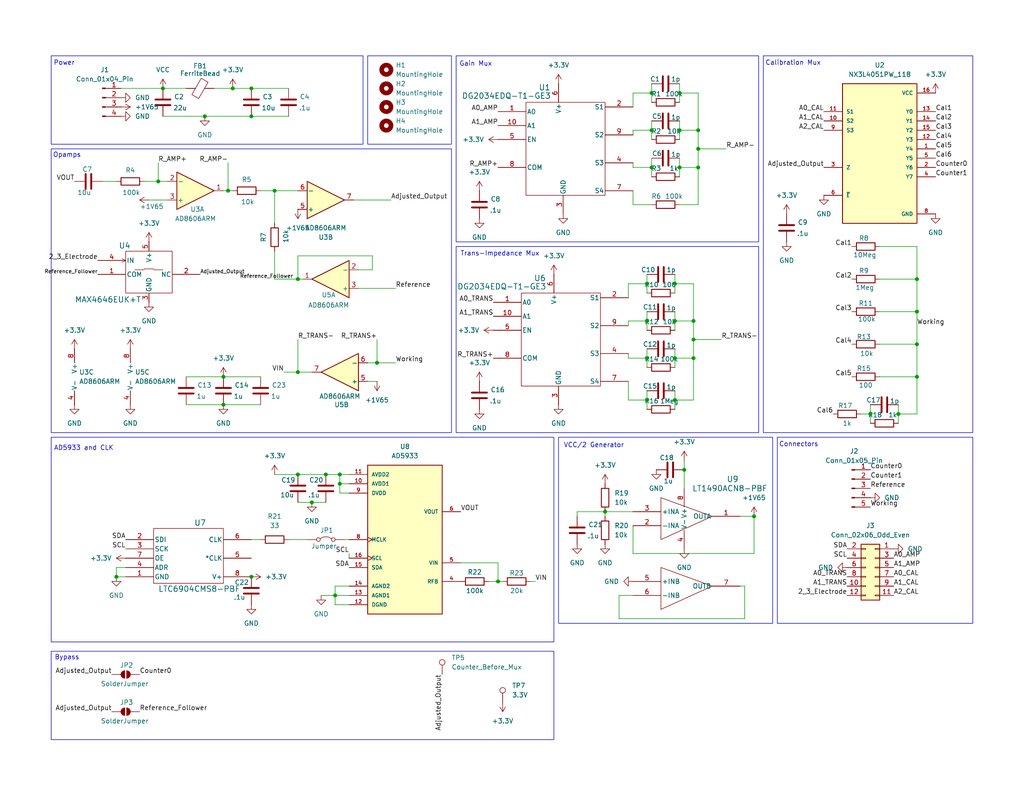
<source format=kicad_sch>
(kicad_sch (version 20231120) (generator "eeschema") (generator_version "8.0")
  (paper "USLetter")
  (title_block (title "Analog Measurement Board For AD5933 Based EIS") (company "Steven Vokoun") (comment 1 "I2C and GPIO Inputs"))
  (junction (at 186.69 128.27))
  (junction (at 165.1 139.7))
  (junction (at 55.88 31.75))
  (junction (at 250.19 93.98))
  (junction (at 245.11 113.03))
  (junction (at 43.18 49.53))
  (junction (at 63.5 24.13))
  (junction (at 135.89 158.75))
  (junction (at 81.28 101.6))
  (junction (at 81.28 76.2))
  (junction (at 81.28 129.54))
  (junction (at 92.71 132.08))
  (junction (at 92.71 129.54))
  (junction (at 88.9 129.54))
  (junction (at 31.75 157.48))
  (junction (at 74.93 52.07))
  (junction (at 250.19 76.2))
  (junction (at 68.58 157.48))
  (junction (at 68.58 31.75))
  (junction (at 184.15 77.47))
  (junction (at 176.53 97.79))
  (junction (at 91.44 162.56))
  (junction (at 60.96 102.87))
  (junction (at 184.15 109.22))
  (junction (at 185.42 25.4))
  (junction (at 176.53 87.63))
  (junction (at 185.42 45.72))
  (junction (at 190.5 35.56))
  (junction (at 44.45 24.13))
  (junction (at 250.19 85.09))
  (junction (at 185.42 35.56))
  (junction (at 176.53 77.47))
  (junction (at 190.5 45.72))
  (junction (at 62.23 52.07))
  (junction (at 189.23 97.79))
  (junction (at 189.23 92.71))
  (junction (at 102.87 99.06))
  (junction (at 60.96 110.49))
  (junction (at 184.15 97.79))
  (junction (at 205.74 140.97))
  (junction (at 68.58 24.13))
  (junction (at 237.49 113.03))
  (junction (at 189.23 87.63))
  (junction (at 250.19 102.87))
  (junction (at 190.5 40.64))
  (junction (at 177.8 25.4))
  (junction (at 184.15 87.63))
  (junction (at 177.8 35.56))
  (junction (at 85.09 137.16))
  (junction (at 177.8 45.72))
  (junction (at 176.53 109.22))
  (wire (pts (xy 189.23 77.47) (xy 184.15 77.47)))
  (wire (pts (xy 250.19 93.98) (xy 250.19 102.87)))
  (wire (pts (xy 33.02 24.13) (xy 44.45 24.13)))
  (wire (pts (xy 172.72 25.4) (xy 177.8 25.4)))
  (wire (pts (xy 101.6 69.85) (xy 81.28 69.85)))
  (wire (pts (xy 157.48 140.97) (xy 157.48 139.7)))
  (wire (pts (xy 100.33 99.06) (xy 102.87 99.06)))
  (wire (pts (xy 172.72 35.56) (xy 172.72 36.83)))
  (wire (pts (xy 171.45 109.22) (xy 176.53 109.22)))
  (wire (pts (xy 185.42 22.86) (xy 185.42 25.4)))
  (wire (pts (xy 91.44 160.02) (xy 91.44 162.56)))
  (wire (pts (xy 34.29 154.94) (xy 31.75 154.94)))
  (wire (pts (xy 203.2 168.91) (xy 203.2 160.02)))
  (wire (pts (xy 63.5 24.13) (xy 68.58 24.13)))
  (wire (pts (xy 55.88 31.75) (xy 68.58 31.75)))
  (wire (pts (xy 250.19 113.03) (xy 245.11 113.03)))
  (wire (pts (xy 190.5 25.4) (xy 185.42 25.4)))
  (wire (pts (xy 60.96 52.07) (xy 62.23 52.07)))
  (wire (pts (xy 74.93 76.2) (xy 81.28 76.2)))
  (wire (pts (xy 91.44 162.56) (xy 87.63 162.56)))
  (wire (pts (xy 102.87 92.71) (xy 102.87 99.06)))
  (wire (pts (xy 96.52 54.61) (xy 106.68 54.61)))
  (wire (pts (xy 245.11 110.49) (xy 245.11 113.03)))
  (wire (pts (xy 172.72 45.72) (xy 177.8 45.72)))
  (wire (pts (xy 50.8 110.49) (xy 60.96 110.49)))
  (wire (pts (xy 168.91 162.56) (xy 168.91 168.91)))
  (wire (pts (xy 190.5 35.56) (xy 190.5 40.64)))
  (wire (pts (xy 185.42 35.56) (xy 185.42 38.1)))
  (wire (pts (xy 201.93 160.02) (xy 203.2 160.02)))
  (wire (pts (xy 85.09 137.16) (xy 88.9 137.16)))
  (wire (pts (xy 171.45 97.79) (xy 171.45 96.52)))
  (wire (pts (xy 95.25 151.13) (xy 95.25 152.4)))
  (wire (pts (xy 184.15 74.93) (xy 184.15 77.47)))
  (wire (pts (xy 189.23 87.63) (xy 189.23 92.71)))
  (wire (pts (xy 81.28 69.85) (xy 81.28 76.2)))
  (wire (pts (xy 44.45 24.13) (xy 50.8 24.13)))
  (wire (pts (xy 91.44 165.1) (xy 91.44 162.56)))
  (wire (pts (xy 92.71 129.54) (xy 88.9 129.54)))
  (wire (pts (xy 100.33 104.14) (xy 102.87 104.14)))
  (wire (pts (xy 31.75 157.48) (xy 34.29 157.48)))
  (wire (pts (xy 165.1 139.7) (xy 165.1 140.97)))
  (wire (pts (xy 88.9 129.54) (xy 81.28 129.54)))
  (wire (pts (xy 171.45 87.63) (xy 176.53 87.63)))
  (wire (pts (xy 177.8 45.72) (xy 177.8 43.18)))
  (wire (pts (xy 185.42 43.18) (xy 185.42 45.72)))
  (wire (pts (xy 184.15 109.22) (xy 184.15 111.76)))
  (wire (pts (xy 95.25 134.62) (xy 92.71 134.62)))
  (wire (pts (xy 92.71 132.08) (xy 92.71 134.62)))
  (wire (pts (xy 176.53 87.63) (xy 176.53 85.09)))
  (wire (pts (xy 93.98 147.32) (xy 95.25 147.32)))
  (wire (pts (xy 237.49 113.03) (xy 237.49 115.57)))
  (wire (pts (xy 171.45 77.47) (xy 171.45 81.28)))
  (wire (pts (xy 205.74 151.13) (xy 205.74 140.97)))
  (wire (pts (xy 43.18 44.45) (xy 43.18 49.53)))
  (wire (pts (xy 31.75 154.94) (xy 31.75 157.48)))
  (wire (pts (xy 43.18 49.53) (xy 45.72 49.53)))
  (wire (pts (xy 184.15 97.79) (xy 184.15 100.33)))
  (wire (pts (xy 78.74 147.32) (xy 83.82 147.32)))
  (wire (pts (xy 176.53 109.22) (xy 176.53 106.68)))
  (wire (pts (xy 101.6 73.66) (xy 101.6 69.85)))
  (wire (pts (xy 190.5 45.72) (xy 190.5 55.88)))
  (wire (pts (xy 190.5 35.56) (xy 185.42 35.56)))
  (wire (pts (xy 71.12 52.07) (xy 74.93 52.07)))
  (wire (pts (xy 135.89 158.75) (xy 133.35 158.75)))
  (wire (pts (xy 81.28 129.54) (xy 74.93 129.54)))
  (wire (pts (xy 102.87 99.06) (xy 107.95 99.06)))
  (wire (pts (xy 77.47 101.6) (xy 81.28 101.6)))
  (wire (pts (xy 185.42 45.72) (xy 185.42 48.26)))
  (wire (pts (xy 97.79 78.74) (xy 107.95 78.74)))
  (wire (pts (xy 240.03 102.87) (xy 250.19 102.87)))
  (wire (pts (xy 58.42 24.13) (xy 63.5 24.13)))
  (wire (pts (xy 184.15 85.09) (xy 184.15 87.63)))
  (wire (pts (xy 189.23 87.63) (xy 189.23 77.47)))
  (wire (pts (xy 92.71 129.54) (xy 92.71 132.08)))
  (wire (pts (xy 240.03 67.31) (xy 250.19 67.31)))
  (wire (pts (xy 125.73 153.67) (xy 135.89 153.67)))
  (wire (pts (xy 177.8 35.56) (xy 177.8 38.1)))
  (wire (pts (xy 176.53 109.22) (xy 176.53 111.76)))
  (wire (pts (xy 250.19 102.87) (xy 250.19 113.03)))
  (wire (pts (xy 168.91 168.91) (xy 203.2 168.91)))
  (wire (pts (xy 68.58 147.32) (xy 71.12 147.32)))
  (wire (pts (xy 184.15 106.68) (xy 184.15 109.22)))
  (wire (pts (xy 144.78 158.75) (xy 146.05 158.75)))
  (wire (pts (xy 186.69 128.27) (xy 186.69 133.35)))
  (wire (pts (xy 177.8 25.4) (xy 177.8 22.86)))
  (wire (pts (xy 176.53 97.79) (xy 176.53 100.33)))
  (wire (pts (xy 135.89 158.75) (xy 137.16 158.75)))
  (wire (pts (xy 245.11 113.03) (xy 245.11 115.57)))
  (wire (pts (xy 172.72 151.13) (xy 205.74 151.13)))
  (wire (pts (xy 135.89 153.67) (xy 135.89 158.75)))
  (wire (pts (xy 171.45 77.47) (xy 176.53 77.47)))
  (wire (pts (xy 60.96 110.49) (xy 71.12 110.49)))
  (wire (pts (xy 250.19 76.2) (xy 250.19 85.09)))
  (wire (pts (xy 176.53 77.47) (xy 176.53 80.01)))
  (wire (pts (xy 171.45 87.63) (xy 171.45 88.9)))
  (wire (pts (xy 27.94 49.53) (xy 31.75 49.53)))
  (wire (pts (xy 190.5 40.64) (xy 190.5 45.72)))
  (wire (pts (xy 237.49 110.49) (xy 237.49 113.03)))
  (wire (pts (xy 95.25 129.54) (xy 92.71 129.54)))
  (wire (pts (xy 177.8 45.72) (xy 177.8 48.26)))
  (wire (pts (xy 240.03 85.09) (xy 250.19 85.09)))
  (wire (pts (xy 95.25 160.02) (xy 91.44 160.02)))
  (wire (pts (xy 189.23 92.71) (xy 189.23 97.79)))
  (wire (pts (xy 177.8 25.4) (xy 177.8 27.94)))
  (wire (pts (xy 172.72 35.56) (xy 177.8 35.56)))
  (wire (pts (xy 184.15 95.25) (xy 184.15 97.79)))
  (wire (pts (xy 68.58 31.75) (xy 78.74 31.75)))
  (wire (pts (xy 44.45 31.75) (xy 55.88 31.75)))
  (wire (pts (xy 50.8 102.87) (xy 60.96 102.87)))
  (wire (pts (xy 196.85 92.71) (xy 189.23 92.71)))
  (wire (pts (xy 176.53 87.63) (xy 176.53 90.17)))
  (wire (pts (xy 39.37 49.53) (xy 43.18 49.53)))
  (wire (pts (xy 240.03 76.2) (xy 250.19 76.2)))
  (wire (pts (xy 177.8 35.56) (xy 177.8 33.02)))
  (wire (pts (xy 81.28 101.6) (xy 85.09 101.6)))
  (wire (pts (xy 198.12 40.64) (xy 190.5 40.64)))
  (wire (pts (xy 189.23 109.22) (xy 184.15 109.22)))
  (wire (pts (xy 190.5 45.72) (xy 185.42 45.72)))
  (wire (pts (xy 184.15 87.63) (xy 184.15 90.17)))
  (wire (pts (xy 172.72 55.88) (xy 177.8 55.88)))
  (wire (pts (xy 176.53 97.79) (xy 176.53 95.25)))
  (wire (pts (xy 176.53 77.47) (xy 176.53 74.93)))
  (wire (pts (xy 95.25 162.56) (xy 91.44 162.56)))
  (wire (pts (xy 68.58 24.13) (xy 78.74 24.13)))
  (wire (pts (xy 171.45 97.79) (xy 176.53 97.79)))
  (wire (pts (xy 97.79 73.66) (xy 101.6 73.66)))
  (wire (pts (xy 165.1 139.7) (xy 172.72 139.7)))
  (wire (pts (xy 60.96 102.87) (xy 71.12 102.87)))
  (wire (pts (xy 172.72 143.51) (xy 172.72 151.13)))
  (wire (pts (xy 172.72 52.07) (xy 172.72 55.88)))
  (wire (pts (xy 81.28 76.2) (xy 82.55 76.2)))
  (wire (pts (xy 95.25 165.1) (xy 91.44 165.1)))
  (wire (pts (xy 234.95 113.03) (xy 237.49 113.03)))
  (wire (pts (xy 185.42 25.4) (xy 185.42 27.94)))
  (wire (pts (xy 185.42 33.02) (xy 185.42 35.56)))
  (wire (pts (xy 92.71 132.08) (xy 95.25 132.08)))
  (wire (pts (xy 40.64 54.61) (xy 45.72 54.61)))
  (wire (pts (xy 186.69 125.73) (xy 186.69 128.27)))
  (wire (pts (xy 240.03 93.98) (xy 250.19 93.98)))
  (wire (pts (xy 157.48 139.7) (xy 165.1 139.7)))
  (wire (pts (xy 74.93 68.58) (xy 74.93 76.2)))
  (wire (pts (xy 205.74 140.97) (xy 201.93 140.97)))
  (wire (pts (xy 81.28 92.71) (xy 81.28 101.6)))
  (wire (pts (xy 190.5 55.88) (xy 185.42 55.88)))
  (wire (pts (xy 189.23 97.79) (xy 189.23 109.22)))
  (wire (pts (xy 172.72 25.4) (xy 172.72 29.21)))
  (wire (pts (xy 62.23 52.07) (xy 63.5 52.07)))
  (wire (pts (xy 189.23 97.79) (xy 184.15 97.79)))
  (wire (pts (xy 189.23 87.63) (xy 184.15 87.63)))
  (wire (pts (xy 171.45 104.14) (xy 171.45 109.22)))
  (wire (pts (xy 250.19 85.09) (xy 250.19 93.98)))
  (wire (pts (xy 74.93 60.96) (xy 74.93 52.07)))
  (wire (pts (xy 62.23 44.45) (xy 62.23 52.07)))
  (wire (pts (xy 81.28 137.16) (xy 85.09 137.16)))
  (wire (pts (xy 172.72 162.56) (xy 168.91 162.56)))
  (wire (pts (xy 74.93 52.07) (xy 81.28 52.07)))
  (wire (pts (xy 190.5 35.56) (xy 190.5 25.4)))
  (wire (pts (xy 184.15 77.47) (xy 184.15 80.01)))
  (wire (pts (xy 172.72 45.72) (xy 172.72 44.45)))
  (wire (pts (xy 250.19 67.31) (xy 250.19 76.2)))
  (rectangle (start 212.09 119.38) (end 265.43 170.18))
  (rectangle (start 13.97 177.8) (end 151.13 201.93))
  (rectangle (start 124.46 67.31) (end 207.01 118.11))
  (rectangle (start 100.33 15.24) (end 123.19 39.37))
  (rectangle (start 208.28 15.24) (end 265.43 118.11))
  (rectangle (start 152.4 119.38) (end 210.82 170.18))
  (rectangle (start 13.97 40.64) (end 123.19 118.11))
  (rectangle (start 13.97 15.24) (end 99.06 39.37))
  (rectangle (start 124.46 15.24) (end 207.01 66.04))
  (rectangle (start 13.97 119.38) (end 151.13 175.26))
  (text "Opamps" (at 18.288 42.418 0) (effects (font (size 1.27 1.27))))
  (text "AD5933 and CLK" (at 22.86 122.428 0) (effects (font (size 1.27 1.27))))
  (text "VCC/2 Generator" (at 162.052 121.666 0) (effects (font (size 1.27 1.27))))
  (text "Power" (at 17.526 17.272 0) (effects (font (size 1.27 1.27))))
  (text "Bypass" (at 18.288 179.578 0) (effects (font (size 1.27 1.27))))
  (text "Gain Mux" (at 129.794 17.526 0) (effects (font (size 1.27 1.27))))
  (text "Calibration Mux" (at 216.408 17.272 0) (effects (font (size 1.27 1.27))))
  (text "Trans-Impedance Mux" (at 136.398 69.342 0) (effects (font (size 1.27 1.27))))
  (text "Connectors" (at 217.932 121.412 0) (effects (font (size 1.27 1.27))))
  (label "Cal3" (at 232.41 85.09 180))
  (label "Cal3" (at 255.27 35.56 0))
  (label "A0_AMP" (at 135.89 30.48 180))
  (label "Working" (at 237.49 138.43 0))
  (label "R_TRANS+" (at 134.62 97.79 180))
  (label "Adjusted_Output" (at 54.61 74.93 0) (effects (font (size 1 1))))
  (label "Cal5" (at 255.27 40.64 0))
  (label "R_AMP+" (at 43.18 44.45 0))
  (label "Counter0" (at 237.49 128.27 0))
  (label "Cal1" (at 255.27 30.48 0))
  (label "A1_AMP" (at 135.89 34.29 180))
  (label "Cal6" (at 255.27 43.18 0))
  (label "SCL" (at 95.25 151.13 180))
  (label "VIN" (at 77.47 101.6 180))
  (label "Adjusted_Output" (at 30.48 194.31 180))
  (label "A1_AMP" (at 243.84 154.94 0))
  (label "A1_CAL" (at 243.84 160.02 0))
  (label "Counter1" (at 237.49 130.81 0))
  (label "A0_CAL" (at 224.79 30.48 180))
  (label "Counter1" (at 255.27 48.26 0))
  (label "SDA" (at 34.29 147.32 180))
  (label "VIN" (at 146.05 158.75 0))
  (label "R_AMP-" (at 62.23 44.45 180))
  (label "Reference_Follower" (at 38.1 194.31 0))
  (label "A2_CAL" (at 224.79 35.56 180))
  (label "Cal4" (at 255.27 38.1 0))
  (label "Working" (at 250.19 88.9 0))
  (label "R_AMP+" (at 135.89 45.72 180))
  (label "R_TRANS-" (at 196.85 92.71 0))
  (label "Cal2" (at 255.27 33.02 0))
  (label "2_3_Electrode" (at 231.14 162.56 180))
  (label "R_TRANS-" (at 81.28 92.71 0))
  (label "Cal4" (at 232.41 93.98 180))
  (label "Counter0" (at 255.27 45.72 0))
  (label "Reference_Follower" (at 26.67 74.93 180) (effects (font (size 1 1))))
  (label "Cal2" (at 232.41 76.2 180))
  (label "R_AMP-" (at 198.12 40.64 0))
  (label "2_3_Electrode" (at 26.67 71.12 180))
  (label "SCL" (at 34.29 149.86 180))
  (label "A0_TRANS" (at 231.14 157.48 180))
  (label "Reference" (at 237.49 133.35 0))
  (label "SCL" (at 231.14 152.4 180))
  (label "Counter0" (at 38.1 184.15 0))
  (label "VOUT" (at 20.32 49.53 180))
  (label "A0_CAL" (at 243.84 157.48 0))
  (label "Cal1" (at 232.41 67.31 180))
  (label "A1_CAL" (at 224.79 33.02 180))
  (label "A1_TRANS" (at 134.62 86.36 180))
  (label "Reference" (at 107.95 78.74 0))
  (label "Reference_Follower" (at 80.01 76.2 180) (effects (font (size 1 1))))
  (label "A1_TRANS" (at 231.14 160.02 180))
  (label "SDA" (at 95.25 154.94 180))
  (label "A0_AMP" (at 243.84 152.4 0))
  (label "A2_CAL" (at 243.84 162.56 0))
  (label "Adjusted_Output" (at 30.48 184.15 180))
  (label "Adjusted_Output" (at 106.68 54.61 0))
  (label "Cal5" (at 232.41 102.87 180))
  (label "SDA" (at 231.14 149.86 180))
  (label "Adjusted_Output" (at 224.79 45.72 180))
  (label "Cal6" (at 227.33 113.03 180))
  (label "Working" (at 107.95 99.06 0))
  (label "R_TRANS+" (at 102.87 92.71 180))
  (label "A0_TRANS" (at 134.62 82.55 180))
  (label "VOUT" (at 125.73 139.7 0))
  (label "Adjusted_Output" (at 120.65 184.15 270))
  (symbol (lib_id "Connector:TestPoint") (at 120.65 184.15 0) (unit 1)
    (property "Reference" "TP5" (at 123.19 179.5779 0) (effects (justify left)))
    (property "Value" "Counter_Before_Mux" (at 123.19 182.1179 0) (effects (justify left)))
    (property "Footprint" "TestPoint:TestPoint_Loop_D1.80mm_Drill1.0mm_Beaded" (effects (hide yes)))
    (property "Description" "test point" (effects (hide yes)))
  )
  (symbol (lib_id "power:+3.3V") (at 130.81 104.14 0) (unit 1)
    (property "Reference" "#PWR027" (effects (hide yes)))
    (property "Value" "+3.3V" (at 130.81 99.06 0))
    (property "Description" "Power symbol creates a global label with name \"+3.3V\"" (effects (hide yes)))
  )
  (symbol (lib_id "power:+1V35") (at 81.28 57.15 180) (unit 1)
    (property "Reference" "#PWR013" (effects (hide yes)))
    (property "Value" "+1V65" (at 81.28 62.23 0))
    (property "Description" "Power symbol creates a global label with name \"+1V35\"" (effects (hide yes)))
  )
  (symbol (lib_id "power:GND") (at 186.69 149.86 0) (unit 1)
    (property "Reference" "#PWR043" (effects (hide yes)))
    (property "Value" "GND" (at 186.69 154.94 0))
    (property "Description" "Power symbol creates a global label with name \"GND\" , ground" (effects (hide yes)))
  )
  (symbol (lib_id "power:+3.3V") (at 40.64 66.04 0) (unit 1)
    (property "Reference" "#PWR018" (effects (hide yes)))
    (property "Value" "+3.3V" (at 40.64 60.96 0))
    (property "Description" "Power symbol creates a global label with name \"+3.3V\"" (effects (hide yes)))
  )
  (symbol (lib_id "Device:C") (at 50.8 106.68 0) (unit 1)
    (property "Reference" "C13" (at 53.848 105.156 0) (effects (justify left)))
    (property "Value" "1u" (at 53.594 108.204 0) (effects (justify left)))
    (property "Footprint" "Capacitor_SMD:C_0805_2012Metric_Pad1.18x1.45mm_HandSolder" (effects (hide yes)))
    (property "Description" "Unpolarized capacitor" (effects (hide yes)))
  )
  (symbol (lib_id "Amplifier_Operational:AD8606ARM") (at 22.86 102.87 0) (unit 3)
    (property "Reference" "U3" (at 21.59 101.5999 0) (effects (justify left)))
    (property "Value" "AD8606ARM" (at 21.59 104.1399 0) (effects (justify left)))
    (property "Footprint" "Package_SO:MSOP-8_3x3mm_P0.65mm" (effects (hide yes)))
    (property "Datasheet" "https://www.analog.com/media/en/technical-documentation/data-sheets/AD8605_8606_8608.pdf" (effects (hide yes)))
    (property "Description" "Dual Precision Low Noise, Low Input Bias Current, Wide Bandwidth Operational Amplifiers, MSOP-8" (effects (hide yes)))
  )
  (symbol (lib_id "NX3L4051PW_118:NX3L4051PW_118") (at 240.03 40.64 0) (unit 1)
    (property "Reference" "U2" (at 240.03 17.78 0))
    (property "Value" "NX3L4051PW_118" (at 240.03 20.32 0))
    (property "Footprint" "NX3L4051PW_118:SOP65P640X110-16N" (effects (hide yes)))
    (property "E1_MIN" "4.3" (effects (hide yes)))
    (property "B_NOM" "0.245" (effects (hide yes)))
    (property "D_MAX" "5.1" (effects (hide yes)))
    (property "E1_NOM" "4.4" (effects (hide yes)))
    (property "E2_MAX" "0.0" (effects (hide yes)))
    (property "B_MAX" "0.3" (effects (hide yes)))
    (property "D2_MAX" "0.0" (effects (hide yes)))
    (property "ENOM" "0.65" (effects (hide yes)))
    (property "D_NOM" "5.0" (effects (hide yes)))
    (property "L_MAX" "0.75" (effects (hide yes)))
    (property "A_MAX" "1.1" (effects (hide yes)))
    (property "A_NOM" "1.1" (effects (hide yes)))
    (property "A_MIN" "1.1" (effects (hide yes)))
    (property "STANDARD" "IPC 7351B" (effects (hide yes)))
    (property "PARTREV" "5, 3 July 2012" (effects (hide yes)))
    (property "E_NOM" "6.4" (effects (hide yes)))
    (property "B_MIN" "0.19" (effects (hide yes)))
    (property "PIN_COUNT" "16.0" (effects (hide yes)))
    (property "L_NOM" "0.625" (effects (hide yes)))
    (property "MANUFACTURER" "NXP" (effects (hide yes)))
    (property "A1_MIN" "0.05" (effects (hide yes)))
    (property "E1_MAX" "4.5" (effects (hide yes)))
    (property "E_MIN" "6.2" (effects (hide yes)))
    (property "D_MIN" "4.9" (effects (hide yes)))
    (property "L_MIN" "0.5" (effects (hide yes)))
    (property "E_MAX" "6.6" (effects (hide yes)))
  )
  (symbol (lib_id "Device:C") (at 180.34 95.25 90) (unit 1)
    (property "Reference" "C12" (at 179.324 93.98 90) (effects (justify left)))
    (property "Value" "1p" (at 184.404 94.234 90) (effects (justify left)))
    (property "Footprint" "Capacitor_SMD:C_0805_2012Metric_Pad1.18x1.45mm_HandSolder" (effects (hide yes)))
    (property "Description" "Unpolarized capacitor" (effects (hide yes)))
  )
  (symbol (lib_id "Device:R") (at 74.93 147.32 90) (unit 1)
    (property "Reference" "R21" (at 74.93 140.97 90))
    (property "Value" "33" (at 74.93 143.51 90))
    (property "Footprint" "Resistor_SMD:R_0805_2012Metric_Pad1.20x1.40mm_HandSolder" (effects (hide yes)))
    (property "Description" "Resistor" (effects (hide yes)))
  )
  (symbol (lib_id "Device:C") (at 180.34 106.68 90) (unit 1)
    (property "Reference" "C15" (at 179.324 105.41 90) (effects (justify left)))
    (property "Value" "1p" (at 184.404 105.664 90) (effects (justify left)))
    (property "Footprint" "Capacitor_SMD:C_0805_2012Metric_Pad1.18x1.45mm_HandSolder" (effects (hide yes)))
    (property "Description" "Unpolarized capacitor" (effects (hide yes)))
  )
  (symbol (lib_id "power:+3.3V") (at 152.4 22.86 0) (unit 1)
    (property "Reference" "#PWR01" (effects (hide yes)))
    (property "Value" "+3.3V" (at 152.4 17.78 0))
    (property "Description" "Power symbol creates a global label with name \"+3.3V\"" (effects (hide yes)))
  )
  (symbol (lib_id "DG2034:DG2034EDQ-T1-GE3") (at 134.62 80.01 0) (unit 1)
    (property "Reference" "U6" (at 147.32 75.946 0) (effects (font (size 1.524 1.524))))
    (property "Value" "DG2034EDQ-T1-GE3" (at 136.906 78.232 0) (effects (font (size 1.524 1.524))))
    (property "Footprint" "SMT_EDQ-T1-GE3_VIS" (effects (hide yes)))
    (property "Datasheet" "DG2034EDQ-T1-GE3" (effects (hide yes)))
  )
  (symbol (lib_id "Device:C") (at 78.74 27.94 0) (unit 1)
    (property "Reference" "C4" (at 81.788 26.416 0) (effects (justify left)))
    (property "Value" ".1u" (at 81.534 29.464 0) (effects (justify left)))
    (property "Footprint" "Capacitor_SMD:C_0805_2012Metric_Pad1.18x1.45mm_HandSolder" (effects (hide yes)))
    (property "Description" "Unpolarized capacitor" (effects (hide yes)))
  )
  (symbol (lib_id "Device:R") (at 180.34 90.17 90) (unit 1)
    (property "Reference" "R12" (at 177.8 87.884 90))
    (property "Value" "10k" (at 182.626 87.884 90))
    (property "Footprint" "Resistor_SMD:R_0805_2012Metric_Pad1.20x1.40mm_HandSolder" (effects (hide yes)))
    (property "Description" "Resistor" (effects (hide yes)))
  )
  (symbol (lib_id "Device:FerriteBead") (at 54.61 24.13 90) (unit 1)
    (property "Reference" "FB1" (at 54.61 18.034 90))
    (property "Value" "FerriteBead" (at 54.61 20.066 90))
    (property "Footprint" "Inductor_SMD:L_0805_2012Metric_Pad1.05x1.20mm_HandSolder" (effects (hide yes)))
    (property "Description" "Ferrite bead" (effects (hide yes)))
  )
  (symbol (lib_id "power:GND") (at 255.27 58.42 0) (unit 1)
    (property "Reference" "#PWR016" (effects (hide yes)))
    (property "Value" "GND" (at 255.27 63.5 0))
    (property "Description" "Power symbol creates a global label with name \"GND\" , ground" (effects (hide yes)))
  )
  (symbol (lib_id "Device:C") (at 44.45 27.94 0) (unit 1)
    (property "Reference" "C2" (at 47.498 26.416 0) (effects (justify left)))
    (property "Value" "22u" (at 47.244 29.464 0) (effects (justify left)))
    (property "Footprint" "Capacitor_SMD:C_0805_2012Metric_Pad1.18x1.45mm_HandSolder" (effects (hide yes)))
    (property "Description" "Unpolarized capacitor" (effects (hide yes)))
  )
  (symbol (lib_id "Device:R") (at 236.22 93.98 90) (unit 1)
    (property "Reference" "R13" (at 235.712 91.948 90))
    (property "Value" "10k" (at 236.474 96.52 90))
    (property "Footprint" "Resistor_SMD:R_0805_2012Metric_Pad1.20x1.40mm_HandSolder" (effects (hide yes)))
    (property "Description" "Resistor" (effects (hide yes)))
  )
  (symbol (lib_id "Device:R") (at 35.56 49.53 90) (unit 1)
    (property "Reference" "R4" (at 35.56 46.482 90))
    (property "Value" "100k" (at 35.814 52.578 90))
    (property "Footprint" "Resistor_SMD:R_0805_2012Metric_Pad1.20x1.40mm_HandSolder" (effects (hide yes)))
    (property "Description" "Resistor" (effects (hide yes)))
  )
  (symbol (lib_id "power:+3.3V") (at 60.96 102.87 0) (unit 1)
    (property "Reference" "#PWR025" (effects (hide yes)))
    (property "Value" "+3.3V" (at 60.96 97.79 0))
    (property "Description" "Power symbol creates a global label with name \"+3.3V\"" (effects (hide yes)))
  )
  (symbol (lib_id "Device:R") (at 67.31 52.07 90) (unit 1)
    (property "Reference" "R5" (at 67.31 49.022 90))
    (property "Value" "10k" (at 67.564 55.118 90))
    (property "Footprint" "Resistor_SMD:R_0805_2012Metric_Pad1.20x1.40mm_HandSolder" (effects (hide yes)))
    (property "Description" "Resistor" (effects (hide yes)))
  )
  (symbol (lib_id "Amplifier_Operational:AD8606ARM") (at 38.1 102.87 0) (unit 3)
    (property "Reference" "U5" (at 36.83 101.5999 0) (effects (justify left)))
    (property "Value" "AD8606ARM" (at 36.83 104.1399 0) (effects (justify left)))
    (property "Footprint" "Package_SO:MSOP-8_3x3mm_P0.65mm" (effects (hide yes)))
    (property "Datasheet" "https://www.analog.com/media/en/technical-documentation/data-sheets/AD8605_8606_8608.pdf" (effects (hide yes)))
    (property "Description" "Dual Precision Low Noise, Low Input Bias Current, Wide Bandwidth Operational Amplifiers, MSOP-8" (effects (hide yes)))
  )
  (symbol (lib_id "Device:R") (at 181.61 38.1 90) (unit 1)
    (property "Reference" "R2" (at 179.07 35.814 90))
    (property "Value" "10k" (at 183.896 35.814 90))
    (property "Footprint" "Resistor_SMD:R_0805_2012Metric_Pad1.20x1.40mm_HandSolder" (effects (hide yes)))
    (property "Description" "Resistor" (effects (hide yes)))
  )
  (symbol (lib_id "power:+3.3V") (at 35.56 95.25 0) (unit 1)
    (property "Reference" "#PWR024" (effects (hide yes)))
    (property "Value" "+3.3V" (at 35.56 90.17 0))
    (property "Description" "Power symbol creates a global label with name \"+3.3V\"" (effects (hide yes)))
  )
  (symbol (lib_id "power:+3.3V") (at 74.93 129.54 0) (unit 1)
    (property "Reference" "#PWR036" (effects (hide yes)))
    (property "Value" "+3.3V" (at 74.93 124.46 0))
    (property "Description" "Power symbol creates a global label with name \"+3.3V\"" (effects (hide yes)))
  )
  (symbol (lib_id "power:GND") (at 243.84 149.86 90) (unit 1)
    (property "Reference" "#PWR039" (effects (hide yes)))
    (property "Value" "GND" (at 247.65 149.8599 90) (effects (justify right)))
    (property "Description" "Power symbol creates a global label with name \"GND\" , ground" (effects (hide yes)))
  )
  (symbol (lib_id "power:GND") (at 152.4 110.49 0) (unit 1)
    (property "Reference" "#PWR031" (effects (hide yes)))
    (property "Value" "GND" (at 152.4 115.57 0))
    (property "Description" "Power symbol creates a global label with name \"GND\" , ground" (effects (hide yes)))
  )
  (symbol (lib_id "Mechanical:MountingHole") (at 105.41 34.29 0) (unit 1) (exclude_from_sim yes) (in_bom no)
    (property "Reference" "H4" (at 107.95 33.0199 0) (effects (justify left)))
    (property "Value" "MountingHole" (at 107.95 35.5599 0) (effects (justify left)))
    (property "Footprint" "MountingHole:MountingHole_2.2mm_M2" (effects (hide yes)))
    (property "Description" "Mounting Hole without connection" (effects (hide yes)))
  )
  (symbol (lib_id "power:+3.3V") (at 137.16 191.77 180) (unit 1)
    (property "Reference" "#PWR055" (effects (hide yes)))
    (property "Value" "+3.3V" (at 137.16 196.85 0))
    (property "Description" "Power symbol creates a global label with name \"+3.3V\"" (effects (hide yes)))
  )
  (symbol (lib_id "Device:C") (at 130.81 107.95 0) (unit 1)
    (property "Reference" "C16" (at 133.858 106.426 0) (effects (justify left)))
    (property "Value" ".1u" (at 133.604 109.474 0) (effects (justify left)))
    (property "Footprint" "Capacitor_SMD:C_0805_2012Metric_Pad1.18x1.45mm_HandSolder" (effects (hide yes)))
    (property "Description" "Unpolarized capacitor" (effects (hide yes)))
  )
  (symbol (lib_id "power:+3.3V") (at 68.58 157.48 270) (unit 1)
    (property "Reference" "#PWR048" (effects (hide yes)))
    (property "Value" "+3.3V" (at 72.39 157.4799 90) (effects (justify left)))
    (property "Description" "Power symbol creates a global label with name \"+3.3V\"" (effects (hide yes)))
  )
  (symbol (lib_id "Device:C") (at 68.58 27.94 0) (unit 1)
    (property "Reference" "C3" (at 71.628 26.416 0) (effects (justify left)))
    (property "Value" "10u" (at 71.374 29.464 0) (effects (justify left)))
    (property "Footprint" "Capacitor_SMD:C_0805_2012Metric_Pad1.18x1.45mm_HandSolder" (effects (hide yes)))
    (property "Description" "Unpolarized capacitor" (effects (hide yes)))
  )
  (symbol (lib_id "power:GND") (at 214.63 66.04 0) (unit 1)
    (property "Reference" "#PWR019" (effects (hide yes)))
    (property "Value" "GND" (at 214.63 71.12 0))
    (property "Description" "Power symbol creates a global label with name \"GND\" , ground" (effects (hide yes)))
  )
  (symbol (lib_id "power:+3.3V") (at 34.29 152.4 90) (unit 1)
    (property "Reference" "#PWR045" (effects (hide yes)))
    (property "Value" "+3.3V" (at 30.48 152.3999 90) (effects (justify left)))
    (property "Description" "Power symbol creates a global label with name \"+3.3V\"" (effects (hide yes)))
  )
  (symbol (lib_id "Device:R") (at 180.34 80.01 90) (unit 1)
    (property "Reference" "R10" (at 177.8 77.724 90))
    (property "Value" "100" (at 182.626 77.724 90))
    (property "Footprint" "Resistor_SMD:R_0805_2012Metric_Pad1.20x1.40mm_HandSolder" (effects (hide yes)))
    (property "Description" "Resistor" (effects (hide yes)))
  )
  (symbol (lib_id "Amplifier_Operational:AD8606ARM") (at 92.71 101.6 180) (unit 2)
    (property "Reference" "U5" (at 93.218 110.49 0))
    (property "Value" "AD8606ARM" (at 92.71 108.204 0))
    (property "Footprint" "Package_SO:MSOP-8_3x3mm_P0.65mm" (effects (hide yes)))
    (property "Datasheet" "https://www.analog.com/media/en/technical-documentation/data-sheets/AD8605_8606_8608.pdf" (effects (hide yes)))
    (property "Description" "Dual Precision Low Noise, Low Input Bias Current, Wide Bandwidth Operational Amplifiers, MSOP-8" (effects (hide yes)))
  )
  (symbol (lib_id "power:GND") (at 85.09 137.16 0) (unit 1)
    (property "Reference" "#PWR038" (effects (hide yes)))
    (property "Value" "GND" (at 85.09 142.24 0))
    (property "Description" "Power symbol creates a global label with name \"GND\" , ground" (effects (hide yes)))
  )
  (symbol (lib_id "power:VCC") (at 44.45 24.13 0) (unit 1)
    (property "Reference" "#PWR02" (effects (hide yes)))
    (property "Value" "VCC" (at 44.45 19.05 0))
    (property "Description" "Power symbol creates a global label with name \"VCC\"" (effects (hide yes)))
  )
  (symbol (lib_id "power:GND") (at 20.32 110.49 0) (unit 1)
    (property "Reference" "#PWR028" (effects (hide yes)))
    (property "Value" "GND" (at 20.32 115.57 0))
    (property "Description" "Power symbol creates a global label with name \"GND\" , ground" (effects (hide yes)))
  )
  (symbol (lib_id "power:+3.3V") (at 151.13 74.93 0) (unit 1)
    (property "Reference" "#PWR020" (effects (hide yes)))
    (property "Value" "+3.3V" (at 151.13 69.85 0))
    (property "Description" "Power symbol creates a global label with name \"+3.3V\"" (effects (hide yes)))
  )
  (symbol (lib_id "power:+3.3V") (at 130.81 52.07 0) (unit 1)
    (property "Reference" "#PWR010" (effects (hide yes)))
    (property "Value" "+3.3V" (at 130.81 46.99 0))
    (property "Description" "Power symbol creates a global label with name \"+3.3V\"" (effects (hide yes)))
  )
  (symbol (lib_id "power:+1V35") (at 33.02 29.21 270) (unit 1)
    (property "Reference" "#PWR06" (effects (hide yes)))
    (property "Value" "+1V65" (at 36.83 29.2099 90) (effects (justify left)))
    (property "Description" "Power symbol creates a global label with name \"+1V35\"" (effects (hide yes)))
  )
  (symbol (lib_id "power:+1V35") (at 205.74 140.97 0) (unit 1)
    (property "Reference" "#PWR040" (effects (hide yes)))
    (property "Value" "+1V65" (at 205.74 135.89 0))
    (property "Description" "Power symbol creates a global label with name \"+1V35\"" (effects (hide yes)))
  )
  (symbol (lib_id "Device:C") (at 60.96 106.68 0) (unit 1)
    (property "Reference" "C14" (at 64.008 105.156 0) (effects (justify left)))
    (property "Value" "1u" (at 63.754 108.204 0) (effects (justify left)))
    (property "Footprint" "Capacitor_SMD:C_0805_2012Metric_Pad1.18x1.45mm_HandSolder" (effects (hide yes)))
    (property "Description" "Unpolarized capacitor" (effects (hide yes)))
  )
  (symbol (lib_id "power:GND") (at 35.56 110.49 0) (unit 1)
    (property "Reference" "#PWR029" (effects (hide yes)))
    (property "Value" "GND" (at 35.56 115.57 0))
    (property "Description" "Power symbol creates a global label with name \"GND\" , ground" (effects (hide yes)))
  )
  (symbol (lib_id "Device:R") (at 241.3 115.57 90) (unit 1)
    (property "Reference" "R18" (at 238.76 113.284 90))
    (property "Value" "1k" (at 243.586 113.284 90))
    (property "Footprint" "Resistor_SMD:R_0805_2012Metric_Pad1.20x1.40mm_HandSolder" (effects (hide yes)))
    (property "Description" "Resistor" (effects (hide yes)))
  )
  (symbol (lib_id "power:+3.3V") (at 255.27 25.4 0) (unit 1)
    (property "Reference" "#PWR04" (effects (hide yes)))
    (property "Value" "+3.3V" (at 255.27 20.32 0))
    (property "Description" "Power symbol creates a global label with name \"+3.3V\"" (effects (hide yes)))
  )
  (symbol (lib_id "power:+3.3V") (at 186.69 125.73 0) (unit 1)
    (property "Reference" "#PWR033" (effects (hide yes)))
    (property "Value" "+3.3V" (at 186.69 120.65 0))
    (property "Description" "Power symbol creates a global label with name \"+3.3V\"" (effects (hide yes)))
  )
  (symbol (lib_id "power:+3.3V") (at 165.1 132.08 0) (unit 1)
    (property "Reference" "#PWR037" (effects (hide yes)))
    (property "Value" "+3.3V" (at 165.1 127 0))
    (property "Description" "Power symbol creates a global label with name \"+3.3V\"" (effects (hide yes)))
  )
  (symbol (lib_id "2024-06-05_20-30-50:LT1490ACN8-PBF") (at 162.56 153.67 0) (unit 1)
    (property "Reference" "U9" (at 199.898 130.81 0) (effects (font (size 1.524 1.524))))
    (property "Value" "LT1490ACN8-PBF" (at 199.136 133.35 0) (effects (font (size 1.524 1.524))))
    (property "Footprint" "PDIP-8_N_LIT" (effects (hide yes)))
    (property "Datasheet" "LT1490ACN8-PBF" (effects (hide yes)))
  )
  (symbol (lib_id "Device:R") (at 165.1 144.78 0) (unit 1)
    (property "Reference" "R20" (at 167.64 143.5099 0) (effects (justify left)))
    (property "Value" "10k" (at 167.64 146.0499 0) (effects (justify left)))
    (property "Footprint" "Resistor_SMD:R_0805_2012Metric_Pad1.20x1.40mm_HandSolder" (effects (hide yes)))
    (property "Description" "Resistor" (effects (hide yes)))
  )
  (symbol (lib_id "Jumper:SolderJumper_2_Open") (at 34.29 194.31 0) (unit 1) (exclude_from_sim yes) (in_bom no)
    (property "Reference" "JP3" (at 34.544 191.77 0))
    (property "Value" "SolderJumper" (at 34.036 196.85 0))
    (property "Footprint" "Jumper:SolderJumper-2_P1.3mm_Open_RoundedPad1.0x1.5mm" (effects (hide yes)))
    (property "Description" "Solder Jumper, 2-pole, open" (effects (hide yes)))
  )
  (symbol (lib_id "DG2034:DG2034EDQ-T1-GE3") (at 135.89 27.94 0) (unit 1)
    (property "Reference" "U1" (at 148.59 23.876 0) (effects (font (size 1.524 1.524))))
    (property "Value" "DG2034EDQ-T1-GE3" (at 138.176 26.162 0) (effects (font (size 1.524 1.524))))
    (property "Footprint" "SMT_EDQ-T1-GE3_VIS" (effects (hide yes)))
    (property "Datasheet" "DG2034EDQ-T1-GE3" (effects (hide yes)))
  )
  (symbol (lib_id "2024-06-07_04-30-32:LTC6904CMS8-PBF") (at 34.29 147.32 0) (unit 1)
    (property "Reference" "U7" (at 54.61 142.748 0) (effects (font (size 1.524 1.524))))
    (property "Value" "LTC6904CMS8-PBF" (at 54.356 160.782 0) (effects (font (size 1.524 1.524))))
    (property "Footprint" "MSOP-8_MS_LIT" (effects (hide yes)))
    (property "Datasheet" "LTC6904CMS8-PBF" (effects (hide yes)))
  )
  (symbol (lib_id "Device:R") (at 74.93 64.77 180) (unit 1)
    (property "Reference" "R7" (at 71.882 64.77 90))
    (property "Value" "10k" (at 77.978 64.516 90))
    (property "Footprint" "Resistor_SMD:R_0805_2012Metric_Pad1.20x1.40mm_HandSolder" (effects (hide yes)))
    (property "Description" "Resistor" (effects (hide yes)))
  )
  (symbol (lib_id "power:GND") (at 33.02 31.75 90) (unit 1)
    (property "Reference" "#PWR07" (effects (hide yes)))
    (property "Value" "GND" (at 36.83 31.7499 90) (effects (justify right)))
    (property "Description" "Power symbol creates a global label with name \"GND\" , ground" (effects (hide yes)))
  )
  (symbol (lib_id "Amplifier_Operational:AD8606ARM") (at 53.34 52.07 0) (mirror x) (unit 1)
    (property "Reference" "U3" (at 53.848 57.15 0))
    (property "Value" "AD8606ARM" (at 53.34 59.69 0))
    (property "Footprint" "Package_SO:MSOP-8_3x3mm_P0.65mm" (effects (hide yes)))
    (property "Datasheet" "https://www.analog.com/media/en/technical-documentation/data-sheets/AD8605_8606_8608.pdf" (effects (hide yes)))
    (property "Description" "Dual Precision Low Noise, Low Input Bias Current, Wide Bandwidth Operational Amplifiers, MSOP-8" (effects (hide yes)))
  )
  (symbol (lib_id "power:GND") (at 231.14 154.94 270) (unit 1)
    (property "Reference" "#PWR035" (effects (hide yes)))
    (property "Value" "GND" (at 227.33 154.9399 90) (effects (justify right)))
    (property "Description" "Power symbol creates a global label with name \"GND\" , ground" (effects (hide yes)))
  )
  (symbol (lib_id "Device:R") (at 236.22 76.2 90) (unit 1)
    (property "Reference" "R9" (at 235.712 73.914 90))
    (property "Value" "1Meg" (at 235.966 78.486 90))
    (property "Footprint" "Resistor_SMD:R_0805_2012Metric_Pad1.20x1.40mm_HandSolder" (effects (hide yes)))
    (property "Description" "Resistor" (effects (hide yes)))
  )
  (symbol (lib_id "Device:C") (at 68.58 161.29 0) (unit 1)
    (property "Reference" "C22" (at 64.008 159.004 0) (effects (justify left)))
    (property "Value" ".1u" (at 63.754 163.068 0) (effects (justify left)))
    (property "Footprint" "Capacitor_SMD:C_0805_2012Metric_Pad1.18x1.45mm_HandSolder" (effects (hide yes)))
    (property "Description" "Unpolarized capacitor" (effects (hide yes)))
  )
  (symbol (lib_id "power:+3.3V") (at 214.63 58.42 0) (unit 1)
    (property "Reference" "#PWR015" (effects (hide yes)))
    (property "Value" "+3.3V" (at 214.63 53.34 0))
    (property "Description" "Power symbol creates a global label with name \"+3.3V\"" (effects (hide yes)))
  )
  (symbol (lib_id "Device:C") (at 157.48 144.78 0) (unit 1)
    (property "Reference" "C21" (at 160.528 143.256 0) (effects (justify left)))
    (property "Value" ".1u" (at 160.274 146.304 0) (effects (justify left)))
    (property "Footprint" "Capacitor_SMD:C_0805_2012Metric_Pad1.18x1.45mm_HandSolder" (effects (hide yes)))
    (property "Description" "Unpolarized capacitor" (effects (hide yes)))
  )
  (symbol (lib_id "power:+3.3V") (at 135.89 38.1 90) (unit 1)
    (property "Reference" "#PWR09" (effects (hide yes)))
    (property "Value" "+3.3V" (at 132.08 38.0999 90) (effects (justify left)))
    (property "Description" "Power symbol creates a global label with name \"+3.3V\"" (effects (hide yes)))
  )
  (symbol (lib_id "Device:R") (at 180.34 100.33 90) (unit 1)
    (property "Reference" "R14" (at 177.8 98.044 90))
    (property "Value" "100k" (at 182.626 98.044 90))
    (property "Footprint" "Resistor_SMD:R_0805_2012Metric_Pad1.20x1.40mm_HandSolder" (effects (hide yes)))
    (property "Description" "Resistor" (effects (hide yes)))
  )
  (symbol (lib_id "Device:R") (at 181.61 48.26 90) (unit 1)
    (property "Reference" "R3" (at 179.07 45.974 90))
    (property "Value" "1k" (at 183.896 45.974 90))
    (property "Footprint" "Resistor_SMD:R_0805_2012Metric_Pad1.20x1.40mm_HandSolder" (effects (hide yes)))
    (property "Description" "Resistor" (effects (hide yes)))
  )
  (symbol (lib_id "power:GND") (at 224.79 53.34 0) (unit 1)
    (property "Reference" "#PWR011" (effects (hide yes)))
    (property "Value" "GND" (at 224.79 58.42 0))
    (property "Description" "Power symbol creates a global label with name \"GND\" , ground" (effects (hide yes)))
  )
  (symbol (lib_id "power:GND") (at 87.63 162.56 0) (unit 1)
    (property "Reference" "#PWR052" (effects (hide yes)))
    (property "Value" "GND" (at 87.63 167.64 0))
    (property "Description" "Power symbol creates a global label with name \"GND\" , ground" (effects (hide yes)))
  )
  (symbol (lib_id "Amplifier_Operational:AD8606ARM") (at 90.17 76.2 180) (unit 1)
    (property "Reference" "U5" (at 89.662 80.518 0))
    (property "Value" "AD8606ARM" (at 89.662 83.312 0))
    (property "Footprint" "Package_SO:MSOP-8_3x3mm_P0.65mm" (effects (hide yes)))
    (property "Datasheet" "https://www.analog.com/media/en/technical-documentation/data-sheets/AD8605_8606_8608.pdf" (effects (hide yes)))
    (property "Description" "Dual Precision Low Noise, Low Input Bias Current, Wide Bandwidth Operational Amplifiers, MSOP-8" (effects (hide yes)))
  )
  (symbol (lib_id "Jumper:Jumper_2_Bridged") (at 88.9 147.32 0) (unit 1) (exclude_from_sim yes)
    (property "Reference" "JP1" (at 89.154 144.78 0))
    (property "Value" "Jumper" (at 88.392 149.098 0))
    (property "Footprint" "TestPoint:TestPoint_2Pads_Pitch2.54mm_Drill0.8mm" (effects (hide yes)))
    (property "Description" "Jumper, 2-pole, closed/bridged" (effects (hide yes)))
  )
  (symbol (lib_id "power:+3.3V") (at 134.62 90.17 90) (unit 1)
    (property "Reference" "#PWR022" (effects (hide yes)))
    (property "Value" "+3.3V" (at 130.81 90.1699 90) (effects (justify left)))
    (property "Description" "Power symbol creates a global label with name \"+3.3V\"" (effects (hide yes)))
  )
  (symbol (lib_id "power:GND") (at 33.02 26.67 90) (unit 1)
    (property "Reference" "#PWR05" (effects (hide yes)))
    (property "Value" "GND" (at 36.83 26.6699 90) (effects (justify right)))
    (property "Description" "Power symbol creates a global label with name \"GND\" , ground" (effects (hide yes)))
  )
  (symbol (lib_id "Device:C") (at 71.12 106.68 0) (unit 1)
    (property "Reference" "C23" (at 74.168 105.156 0) (effects (justify left)))
    (property "Value" "1u" (at 73.914 108.204 0) (effects (justify left)))
    (property "Footprint" "Capacitor_SMD:C_0805_2012Metric_Pad1.18x1.45mm_HandSolder" (effects (hide yes)))
    (property "Description" "Unpolarized capacitor" (effects (hide yes)))
  )
  (symbol (lib_id "power:+3.3V") (at 63.5 24.13 0) (unit 1)
    (property "Reference" "#PWR03" (effects (hide yes)))
    (property "Value" "+3.3V" (at 63.5 19.05 0))
    (property "Description" "Power symbol creates a global label with name \"+3.3V\"" (effects (hide yes)))
  )
  (symbol (lib_id "Device:C") (at 181.61 22.86 90) (unit 1)
    (property "Reference" "C1" (at 180.086 21.59 90) (effects (justify left)))
    (property "Value" "1p" (at 185.674 21.59 90) (effects (justify left)))
    (property "Footprint" "Capacitor_SMD:C_0805_2012Metric_Pad1.18x1.45mm_HandSolder" (effects (hide yes)))
    (property "Description" "Unpolarized capacitor" (effects (hide yes)))
  )
  (symbol (lib_id "Device:R") (at 231.14 113.03 90) (unit 1)
    (property "Reference" "R17" (at 230.632 110.744 90))
    (property "Value" "1k" (at 231.14 115.57 90))
    (property "Footprint" "Resistor_SMD:R_0805_2012Metric_Pad1.20x1.40mm_HandSolder" (effects (hide yes)))
    (property "Description" "Resistor" (effects (hide yes)))
  )
  (symbol (lib_id "AD5933:AD5933") (at 110.49 147.32 0) (unit 1)
    (property "Reference" "U8" (at 110.49 121.92 0))
    (property "Value" "AD5933" (at 110.49 124.46 0))
    (property "Footprint" "AD5933:SOP65P780X200-16N" (effects (hide yes)))
    (property "MF" "Analog Devices, Inc." (effects (hide yes)))
    (property "Description_1" "\nDirect Digital Synthesizer 16.776MHz 1-DAC 12bit Serial (I2C) 16-Pin SSOP Tube\n" (effects (hide yes)))
    (property "PARTREV" "F" (effects (hide yes)))
    (property "Price" "None" (effects (hide yes)))
    (property "Package" "SSOP-16 Analog Devices" (effects (hide yes)))
    (property "STANDARD" "IPC-7351B" (effects (hide yes)))
    (property "MANUFATURER" "Analog Devices" (effects (hide yes)))
    (property "SnapEDA_Link" "https://www.snapeda.com/parts/AD5933/Analog+Devices/view-part/?ref=snap" (effects (hide yes)))
    (property "MP" "AD5933" (effects (hide yes)))
    (property "Purchase-URL" "https://www.snapeda.com/api/url_track_click_mouser/?unipart_id=8582508&manufacturer=Analog Devices, Inc.&part_name=AD5933&search_term=ad5933" (effects (hide yes)))
    (property "Availability" "In Stock" (effects (hide yes)))
    (property "Check_prices" "https://www.snapeda.com/parts/AD5933/Analog+Devices/view-part/?ref=eda" (effects (hide yes)))
  )
  (symbol (lib_id "Device:R") (at 236.22 102.87 90) (unit 1)
    (property "Reference" "R15" (at 235.712 100.584 90))
    (property "Value" "100" (at 236.22 105.156 90))
    (property "Footprint" "Resistor_SMD:R_0805_2012Metric_Pad1.20x1.40mm_HandSolder" (effects (hide yes)))
    (property "Description" "Resistor" (effects (hide yes)))
  )
  (symbol (lib_id "power:GND") (at 172.72 158.75 270) (unit 1)
    (property "Reference" "#PWR050" (effects (hide yes)))
    (property "Value" "GND" (at 168.91 158.7499 90) (effects (justify right)))
    (property "Description" "Power symbol creates a global label with name \"GND\" , ground" (effects (hide yes)))
  )
  (symbol (lib_id "power:GND") (at 40.64 82.55 0) (unit 1)
    (property "Reference" "#PWR021" (effects (hide yes)))
    (property "Value" "GND" (at 40.64 87.63 0))
    (property "Description" "Power symbol creates a global label with name \"GND\" , ground" (effects (hide yes)))
  )
  (symbol (lib_id "Device:C") (at 181.61 33.02 90) (unit 1)
    (property "Reference" "C5" (at 180.594 31.75 90) (effects (justify left)))
    (property "Value" "1p" (at 185.674 32.004 90) (effects (justify left)))
    (property "Footprint" "Capacitor_SMD:C_0805_2012Metric_Pad1.18x1.45mm_HandSolder" (effects (hide yes)))
    (property "Description" "Unpolarized capacitor" (effects (hide yes)))
  )
  (symbol (lib_id "Mechanical:MountingHole") (at 105.41 29.21 0) (unit 1) (exclude_from_sim yes) (in_bom no)
    (property "Reference" "H3" (at 107.95 27.9399 0) (effects (justify left)))
    (property "Value" "MountingHole" (at 107.95 30.4799 0) (effects (justify left)))
    (property "Footprint" "MountingHole:MountingHole_2.2mm_M2" (effects (hide yes)))
    (property "Description" "Mounting Hole without connection" (effects (hide yes)))
  )
  (symbol (lib_id "Device:R") (at 181.61 55.88 90) (unit 1)
    (property "Reference" "R6" (at 179.07 53.594 90))
    (property "Value" "100k" (at 183.896 53.594 90))
    (property "Footprint" "Resistor_SMD:R_0805_2012Metric_Pad1.20x1.40mm_HandSolder" (effects (hide yes)))
    (property "Description" "Resistor" (effects (hide yes)))
  )
  (symbol (lib_id "Device:R") (at 140.97 158.75 90) (unit 1)
    (property "Reference" "R23" (at 140.97 156.464 90))
    (property "Value" "20k" (at 140.97 161.29 90))
    (property "Footprint" "Resistor_SMD:R_0805_2012Metric_Pad1.20x1.40mm_HandSolder" (effects (hide yes)))
    (property "Description" "Resistor" (effects (hide yes)))
  )
  (symbol (lib_id "power:GND") (at 165.1 148.59 0) (unit 1)
    (property "Reference" "#PWR042" (effects (hide yes)))
    (property "Value" "GND" (at 165.1 153.67 0))
    (property "Description" "Power symbol creates a global label with name \"GND\" , ground" (effects (hide yes)))
  )
  (symbol (lib_id "Device:C") (at 130.81 55.88 0) (unit 1)
    (property "Reference" "C8" (at 133.858 54.356 0) (effects (justify left)))
    (property "Value" ".1u" (at 133.604 57.404 0) (effects (justify left)))
    (property "Footprint" "Capacitor_SMD:C_0805_2012Metric_Pad1.18x1.45mm_HandSolder" (effects (hide yes)))
    (property "Description" "Unpolarized capacitor" (effects (hide yes)))
  )
  (symbol (lib_id "Device:C") (at 241.3 110.49 90) (unit 1)
    (property "Reference" "C17" (at 240.284 109.22 90) (effects (justify left)))
    (property "Value" "1p" (at 245.364 109.474 90) (effects (justify left)))
    (property "Footprint" "Capacitor_SMD:C_0805_2012Metric_Pad1.18x1.45mm_HandSolder" (effects (hide yes)))
    (property "Description" "Unpolarized capacitor" (effects (hide yes)))
  )
  (symbol (lib_id "Device:R") (at 236.22 85.09 90) (unit 1)
    (property "Reference" "R11" (at 236.22 82.804 90))
    (property "Value" "100k" (at 236.474 87.122 90))
    (property "Footprint" "Resistor_SMD:R_0805_2012Metric_Pad1.20x1.40mm_HandSolder" (effects (hide yes)))
    (property "Description" "Resistor" (effects (hide yes)))
  )
  (symbol (lib_id "Device:C") (at 81.28 133.35 0) (unit 1)
    (property "Reference" "C19" (at 76.708 131.064 0) (effects (justify left)))
    (property "Value" "10u" (at 76.454 135.128 0) (effects (justify left)))
    (property "Footprint" "Capacitor_SMD:C_0805_2012Metric_Pad1.18x1.45mm_HandSolder" (effects (hide yes)))
    (property "Description" "Unpolarized capacitor" (effects (hide yes)))
  )
  (symbol (lib_id "power:GND") (at 31.75 157.48 0) (unit 1)
    (property "Reference" "#PWR047" (effects (hide yes)))
    (property "Value" "GND" (at 31.75 162.56 0))
    (property "Description" "Power symbol creates a global label with name \"GND\" , ground" (effects (hide yes)))
  )
  (symbol (lib_id "Jumper:SolderJumper_2_Open") (at 34.29 184.15 0) (unit 1) (exclude_from_sim yes) (in_bom no)
    (property "Reference" "JP2" (at 34.544 181.61 0))
    (property "Value" "SolderJumper" (at 34.036 186.69 0))
    (property "Footprint" "Jumper:SolderJumper-2_P1.3mm_Open_RoundedPad1.0x1.5mm" (effects (hide yes)))
    (property "Description" "Solder Jumper, 2-pole, open" (effects (hide yes)))
  )
  (symbol (lib_id "Device:R") (at 165.1 135.89 0) (unit 1)
    (property "Reference" "R19" (at 167.64 134.6199 0) (effects (justify left)))
    (property "Value" "10k" (at 167.64 137.1599 0) (effects (justify left)))
    (property "Footprint" "Resistor_SMD:R_0805_2012Metric_Pad1.20x1.40mm_HandSolder" (effects (hide yes)))
    (property "Description" "Resistor" (effects (hide yes)))
  )
  (symbol (lib_id "Connector_Generic:Conn_02x06_Odd_Even") (at 238.76 154.94 0) (mirror y) (unit 1)
    (property "Reference" "J3" (at 237.49 143.51 0))
    (property "Value" "Conn_02x06_Odd_Even" (at 237.49 146.05 0))
    (property "Footprint" "Connector_PinHeader_2.54mm:PinHeader_2x06_P2.54mm_Vertical" (effects (hide yes)))
    (property "Description" "Generic connector, double row, 02x06, odd/even pin numbering scheme (row 1 odd numbers, row 2 even numbers), script generated (kicad-library-utils/schlib/autogen/connector/)" (effects (hide yes)))
  )
  (symbol (lib_id "2024-06-07_04-01-27:MAX4646EUK+T") (at 17.78 72.39 0) (unit 1)
    (property "Reference" "U4" (at 34.036 67.056 0) (effects (font (size 1.524 1.524))))
    (property "Value" "MAX4646EUK+T" (at 29.464 81.788 0) (effects (font (size 1.524 1.524))))
    (property "Footprint" "21-0057F_MXM" (effects (hide yes)))
    (property "Datasheet" "MAX4646EUK+T" (effects (hide yes)))
  )
  (symbol (lib_id "Device:C") (at 88.9 133.35 0) (unit 1)
    (property "Reference" "C20" (at 84.328 131.064 0) (effects (justify left)))
    (property "Value" ".1u" (at 84.074 135.128 0) (effects (justify left)))
    (property "Footprint" "Capacitor_SMD:C_0805_2012Metric_Pad1.18x1.45mm_HandSolder" (effects (hide yes)))
    (property "Description" "Unpolarized capacitor" (effects (hide yes)))
  )
  (symbol (lib_id "Connector:TestPoint") (at 137.16 191.77 0) (unit 1)
    (property "Reference" "TP7" (at 139.7 187.1979 0) (effects (justify left)))
    (property "Value" "3.3V" (at 139.7 189.7379 0) (effects (justify left)))
    (property "Footprint" "TestPoint:TestPoint_Loop_D1.80mm_Drill1.0mm_Beaded" (effects (hide yes)))
    (property "Description" "test point" (effects (hide yes)))
  )
  (symbol (lib_id "power:GND") (at 130.81 59.69 0) (unit 1)
    (property "Reference" "#PWR017" (effects (hide yes)))
    (property "Value" "GND" (at 130.81 64.77 0))
    (property "Description" "Power symbol creates a global label with name \"GND\" , ground" (effects (hide yes)))
  )
  (symbol (lib_id "Device:C") (at 24.13 49.53 90) (unit 1)
    (property "Reference" "C7" (at 25.146 46.228 90) (effects (justify left)))
    (property "Value" "10u" (at 24.892 52.578 90) (effects (justify left)))
    (property "Footprint" "Capacitor_SMD:C_0805_2012Metric_Pad1.18x1.45mm_HandSolder" (effects (hide yes)))
    (property "Description" "Unpolarized capacitor" (effects (hide yes)))
  )
  (symbol (lib_id "power:+1V35") (at 40.64 54.61 90) (unit 1)
    (property "Reference" "#PWR012" (effects (hide yes)))
    (property "Value" "+1V65" (at 41.402 56.388 90))
    (property "Description" "Power symbol creates a global label with name \"+1V35\"" (effects (hide yes)))
  )
  (symbol (lib_id "power:GND") (at 60.96 110.49 0) (unit 1)
    (property "Reference" "#PWR030" (effects (hide yes)))
    (property "Value" "GND" (at 60.96 115.57 0))
    (property "Description" "Power symbol creates a global label with name \"GND\" , ground" (effects (hide yes)))
  )
  (symbol (lib_id "power:GND") (at 130.81 111.76 0) (unit 1)
    (property "Reference" "#PWR032" (effects (hide yes)))
    (property "Value" "GND" (at 130.81 116.84 0))
    (property "Description" "Power symbol creates a global label with name \"GND\" , ground" (effects (hide yes)))
  )
  (symbol (lib_id "power:+1V35") (at 102.87 104.14 180) (unit 1)
    (property "Reference" "#PWR026" (effects (hide yes)))
    (property "Value" "+1V65" (at 102.87 109.22 0))
    (property "Description" "Power symbol creates a global label with name \"+1V35\"" (effects (hide yes)))
  )
  (symbol (lib_id "power:GND") (at 157.48 148.59 0) (unit 1)
    (property "Reference" "#PWR041" (effects (hide yes)))
    (property "Value" "GND" (at 157.48 153.67 0))
    (property "Description" "Power symbol creates a global label with name \"GND\" , ground" (effects (hide yes)))
  )
  (symbol (lib_id "power:GND") (at 153.67 58.42 0) (unit 1)
    (property "Reference" "#PWR014" (effects (hide yes)))
    (property "Value" "GND" (at 153.67 63.5 0))
    (property "Description" "Power symbol creates a global label with name \"GND\" , ground" (effects (hide yes)))
  )
  (symbol (lib_id "Device:C") (at 181.61 43.18 90) (unit 1)
    (property "Reference" "C6" (at 180.594 41.91 90) (effects (justify left)))
    (property "Value" "1p" (at 185.674 42.164 90) (effects (justify left)))
    (property "Footprint" "Capacitor_SMD:C_0805_2012Metric_Pad1.18x1.45mm_HandSolder" (effects (hide yes)))
    (property "Description" "Unpolarized capacitor" (effects (hide yes)))
  )
  (symbol (lib_id "Device:R") (at 180.34 111.76 90) (unit 1)
    (property "Reference" "R16" (at 177.8 109.474 90))
    (property "Value" "1Meg" (at 182.626 109.474 90))
    (property "Footprint" "Resistor_SMD:R_0805_2012Metric_Pad1.20x1.40mm_HandSolder" (effects (hide yes)))
    (property "Description" "Resistor" (effects (hide yes)))
  )
  (symbol (lib_id "Connector:Conn_01x05_Pin") (at 232.41 133.35 0) (unit 1)
    (property "Reference" "J2" (at 233.045 123.19 0))
    (property "Value" "Conn_01x05_Pin" (at 233.045 125.73 0))
    (property "Footprint" "Connector_PinHeader_2.54mm:PinHeader_1x05_P2.54mm_Vertical" (effects (hide yes)))
    (property "Description" "Generic connector, single row, 01x05, script generated" (effects (hide yes)))
  )
  (symbol (lib_id "Mechanical:MountingHole") (at 105.41 24.13 0) (unit 1) (exclude_from_sim yes) (in_bom no)
    (property "Reference" "H2" (at 107.95 22.8599 0) (effects (justify left)))
    (property "Value" "MountingHole" (at 107.95 25.3999 0) (effects (justify left)))
    (property "Footprint" "MountingHole:MountingHole_2.2mm_M2" (effects (hide yes)))
    (property "Description" "Mounting Hole without connection" (effects (hide yes)))
  )
  (symbol (lib_id "power:GND") (at 55.88 31.75 0) (unit 1)
    (property "Reference" "#PWR08" (effects (hide yes)))
    (property "Value" "GND" (at 55.88 36.83 0))
    (property "Description" "Power symbol creates a global label with name \"GND\" , ground" (effects (hide yes)))
  )
  (symbol (lib_id "power:GND") (at 179.07 128.27 0) (unit 1)
    (property "Reference" "#PWR034" (effects (hide yes)))
    (property "Value" "GND" (at 179.07 133.35 0))
    (property "Description" "Power symbol creates a global label with name \"GND\" , ground" (effects (hide yes)))
  )
  (symbol (lib_id "Device:C") (at 180.34 74.93 90) (unit 1)
    (property "Reference" "C10" (at 178.816 73.66 90) (effects (justify left)))
    (property "Value" "1p" (at 184.404 73.66 90) (effects (justify left)))
    (property "Footprint" "Capacitor_SMD:C_0805_2012Metric_Pad1.18x1.45mm_HandSolder" (effects (hide yes)))
    (property "Description" "Unpolarized capacitor" (effects (hide yes)))
  )
  (symbol (lib_id "Mechanical:MountingHole") (at 105.41 19.05 0) (unit 1) (exclude_from_sim yes) (in_bom no)
    (property "Reference" "H1" (at 107.95 17.7799 0) (effects (justify left)))
    (property "Value" "MountingHole" (at 107.95 20.3199 0) (effects (justify left)))
    (property "Footprint" "MountingHole:MountingHole_2.2mm_M2" (effects (hide yes)))
    (property "Description" "Mounting Hole without connection" (effects (hide yes)))
  )
  (symbol (lib_id "Device:C") (at 180.34 85.09 90) (unit 1)
    (property "Reference" "C11" (at 179.324 83.82 90) (effects (justify left)))
    (property "Value" "1p" (at 184.404 84.074 90) (effects (justify left)))
    (property "Footprint" "Capacitor_SMD:C_0805_2012Metric_Pad1.18x1.45mm_HandSolder" (effects (hide yes)))
    (property "Description" "Unpolarized capacitor" (effects (hide yes)))
  )
  (symbol (lib_id "Connector:Conn_01x04_Pin") (at 27.94 26.67 0) (unit 1)
    (property "Reference" "J1" (at 28.575 19.05 0))
    (property "Value" "Conn_01x04_Pin" (at 28.575 21.59 0))
    (property "Footprint" "Connector_PinHeader_2.54mm:PinHeader_1x04_P2.54mm_Vertical" (effects (hide yes)))
    (property "Description" "Generic connector, single row, 01x04, script generated" (effects (hide yes)))
  )
  (symbol (lib_id "power:GND") (at 237.49 135.89 90) (unit 1)
    (property "Reference" "#PWR057" (effects (hide yes)))
    (property "Value" "GND" (at 241.3 135.8899 90) (effects (justify right)))
    (property "Description" "Power symbol creates a global label with name \"GND\" , ground" (effects (hide yes)))
  )
  (symbol (lib_id "Device:R") (at 181.61 27.94 90) (unit 1)
    (property "Reference" "R1" (at 179.07 25.654 90))
    (property "Value" "100k" (at 183.896 25.654 90))
    (property "Footprint" "Resistor_SMD:R_0805_2012Metric_Pad1.20x1.40mm_HandSolder" (effects (hide yes)))
    (property "Description" "Resistor" (effects (hide yes)))
  )
  (symbol (lib_id "Device:R") (at 129.54 158.75 90) (unit 1)
    (property "Reference" "R22" (at 129.54 156.21 90))
    (property "Value" "100k" (at 129.54 161.29 90))
    (property "Footprint" "Resistor_SMD:R_0805_2012Metric_Pad1.20x1.40mm_HandSolder" (effects (hide yes)))
    (property "Description" "Resistor" (effects (hide yes)))
  )
  (symbol (lib_id "power:GND") (at 68.58 165.1 0) (unit 1)
    (property "Reference" "#PWR053" (effects (hide yes)))
    (property "Value" "GND" (at 68.58 170.18 0))
    (property "Description" "Power symbol creates a global label with name \"GND\" , ground" (effects (hide yes)))
  )
  (symbol (lib_id "Device:C") (at 182.88 128.27 90) (unit 1)
    (property "Reference" "C18" (at 183.896 124.968 90) (effects (justify left)))
    (property "Value" "1u" (at 183.642 131.318 90) (effects (justify left)))
    (property "Footprint" "Capacitor_SMD:C_0805_2012Metric_Pad1.18x1.45mm_HandSolder" (effects (hide yes)))
    (property "Description" "Unpolarized capacitor" (effects (hide yes)))
  )
  (symbol (lib_id "Device:R") (at 236.22 67.31 90) (unit 1)
    (property "Reference" "R8" (at 235.712 65.024 90))
    (property "Value" "10Meg" (at 235.966 69.596 90))
    (property "Footprint" "Resistor_SMD:R_0805_2012Metric_Pad1.20x1.40mm_HandSolder" (effects (hide yes)))
    (property "Description" "Resistor" (effects (hide yes)))
  )
  (symbol (lib_id "power:+3.3V") (at 20.32 95.25 0) (unit 1)
    (property "Reference" "#PWR023" (effects (hide yes)))
    (property "Value" "+3.3V" (at 20.32 90.17 0))
    (property "Description" "Power symbol creates a global label with name \"+3.3V\"" (effects (hide yes)))
  )
  (symbol (lib_id "Amplifier_Operational:AD8606ARM") (at 88.9 54.61 0) (mirror x) (unit 2)
    (property "Reference" "U3" (at 88.9 64.77 0))
    (property "Value" "AD8606ARM" (at 88.9 62.23 0))
    (property "Footprint" "Package_SO:MSOP-8_3x3mm_P0.65mm" (effects (hide yes)))
    (property "Datasheet" "https://www.analog.com/media/en/technical-documentation/data-sheets/AD8605_8606_8608.pdf" (effects (hide yes)))
    (property "Description" "Dual Precision Low Noise, Low Input Bias Current, Wide Bandwidth Operational Amplifiers, MSOP-8" (effects (hide yes)))
  )
  (symbol (lib_id "Device:C") (at 214.63 62.23 0) (unit 1)
    (property "Reference" "C9" (at 217.678 60.706 0) (effects (justify left)))
    (property "Value" ".1u" (at 217.424 63.754 0) (effects (justify left)))
    (property "Footprint" "Capacitor_SMD:C_0805_2012Metric_Pad1.18x1.45mm_HandSolder" (effects (hide yes)))
    (property "Description" "Unpolarized capacitor" (effects (hide yes)))
  )
)
</source>
